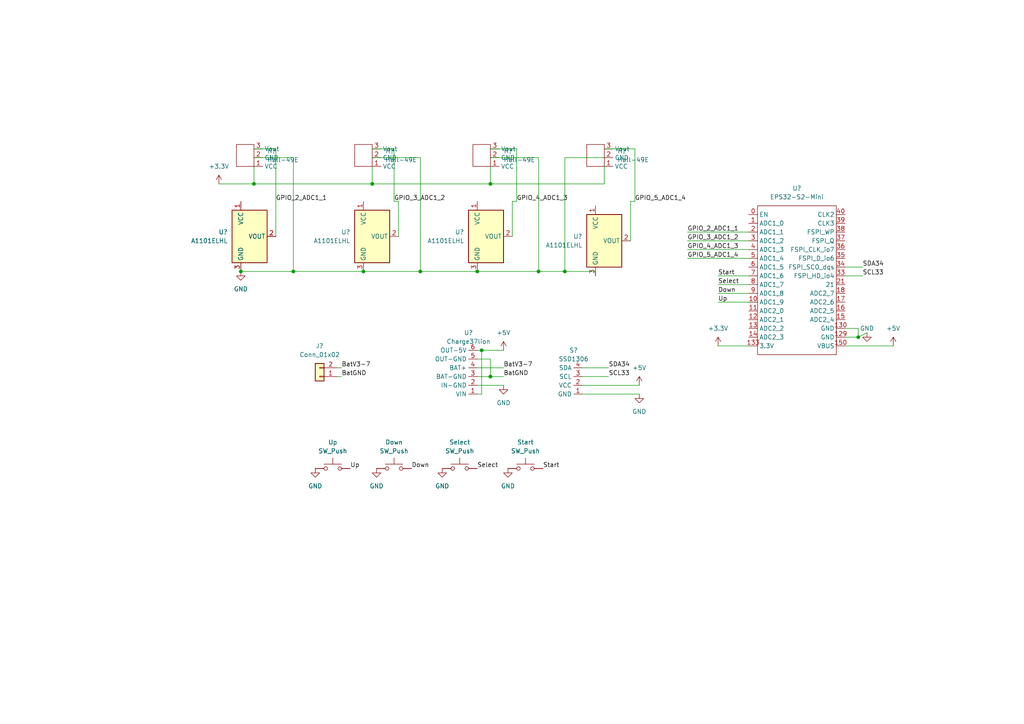
<source format=kicad_sch>
(kicad_sch (version 20211123) (generator eeschema)
  (paper "A4")
  (lib_symbols
    (symbol "Connector_Generic:Conn_01x02" (pin_names (offset 1.016) hide)
      (property "Reference" "J" (at 0 2.54 0))
      (property "Value" "Conn_01x02" (at 0 -5.08 0))
      (symbol "Conn_01x02_1_1"
        (rectangle (start -1.27 -2.413) (end 0 -2.667) (stroke (width 0.1524)))
        (rectangle (start -1.27 0.127) (end 0 -0.127) (stroke (width 0.1524)))
        (rectangle (start -1.27 1.27) (end 1.27 -3.81) (stroke (width 0.254)) (fill (type background)))
        (pin passive line (at -5.08 0 0) (length 3.81) (name "Pin_1") (number "1"))
        (pin passive line (at -5.08 -2.54 0) (length 3.81) (name "Pin_2") (number "2"))
      )
    )
    (symbol "OpenMuscleLibrary:Charge37lion"
      (property "Reference" "U" (at 0 0 0))
      (property "Value" "Charge37lion" (at 0 0 0))
      (symbol "Charge37lion_1_1"
        (pin input line (at 2.54 -16.51 180) (length 2.54) (name "VIN") (number "1"))
        (pin input line (at 2.54 -13.97 180) (length 2.54) (name "IN-GND") (number "2"))
        (pin input line (at 2.54 -11.43 180) (length 2.54) (name "BAT-GND") (number "3"))
        (pin input line (at 2.54 -8.89 180) (length 2.54) (name "BAT+") (number "4"))
        (pin input line (at 2.54 -6.35 180) (length 2.54) (name "OUT-GND") (number "5"))
        (pin input line (at 2.54 -3.81 180) (length 2.54) (name "OUT-5V") (number "6"))
      )
    )
    (symbol "OpenMuscleLibrary:EPS32-S2-Mini"
      (property "Reference" "U" (at 0 17.78 0))
      (property "Value" "EPS32-S2-Mini" (at 0 20.32 0))
      (symbol "EPS32-S2-Mini_0_1"
        (rectangle (start -12.7 16.51) (end 10.16 -26.67))
      )
      (symbol "EPS32-S2-Mini_1_1"
        (pin input line (at -15.24 13.97 0) (length 2.54) (name "EN") (number "0"))
        (pin input line (at -15.24 11.43 0) (length 2.54) (name "ADC1_0") (number "1"))
        (pin input line (at -15.24 -11.43 0) (length 2.54) (name "ADC1_9") (number "10"))
        (pin input line (at -15.24 -13.97 0) (length 2.54) (name "ADC2_0") (number "11"))
        (pin input line (at -15.24 -16.51 0) (length 2.54) (name "ADC2_1") (number "12"))
        (pin input line (at 12.7 -21.59 180) (length 2.54) (name "GND") (number "129"))
        (pin input line (at -15.24 -19.05 0) (length 2.54) (name "ADC2_2") (number "13"))
        (pin input line (at 12.7 -19.05 180) (length 2.54) (name "GND") (number "130"))
        (pin input line (at -15.24 -24.13 0) (length 2.54) (name "3.3V") (number "133"))
        (pin input line (at -15.24 -21.59 0) (length 2.54) (name "ADC2_3") (number "14"))
        (pin input line (at 12.7 -16.51 180) (length 2.54) (name "ADC2_4") (number "15"))
        (pin input line (at 12.7 -24.13 180) (length 2.54) (name "VBUS") (number "150"))
        (pin input line (at 12.7 -13.97 180) (length 2.54) (name "ADC2_5") (number "16"))
        (pin input line (at 12.7 -11.43 180) (length 2.54) (name "ADC2_6") (number "17"))
        (pin input line (at 12.7 -8.89 180) (length 2.54) (name "ADC2_7") (number "18"))
        (pin input line (at -15.24 8.89 0) (length 2.54) (name "ADC1_1") (number "2"))
        (pin input line (at 12.7 -6.35 180) (length 2.54) (name "21") (number "21"))
        (pin input line (at -15.24 6.35 0) (length 2.54) (name "ADC1_2") (number "3"))
        (pin input line (at 12.7 -3.81 180) (length 2.54) (name "FSPI_HD_io4") (number "33"))
        (pin input line (at 12.7 -1.27 180) (length 2.54) (name "FSPI_SCO_dqs") (number "34"))
        (pin input line (at 12.7 1.27 180) (length 2.54) (name "FSPI_D_io6") (number "35"))
        (pin input line (at 12.7 3.81 180) (length 2.54) (name "FSPI_CLK_io7") (number "36"))
        (pin input line (at 12.7 6.35 180) (length 2.54) (name "FSPI_Q") (number "37"))
        (pin input line (at 12.7 8.89 180) (length 2.54) (name "FSPI_WP") (number "38"))
        (pin input line (at 12.7 11.43 180) (length 2.54) (name "CLK3") (number "39"))
        (pin input line (at -15.24 3.81 0) (length 2.54) (name "ADC1_3") (number "4"))
        (pin input line (at 12.7 13.97 180) (length 2.54) (name "CLK2") (number "40"))
        (pin input line (at -15.24 1.27 0) (length 2.54) (name "ADC1_4") (number "5"))
        (pin input line (at -15.24 -1.27 0) (length 2.54) (name "ADC1_5") (number "6"))
        (pin input line (at -15.24 -3.81 0) (length 2.54) (name "ADC1_6") (number "7"))
        (pin input line (at -15.24 -6.35 0) (length 2.54) (name "ADC1_7") (number "8"))
        (pin input line (at -15.24 -8.89 0) (length 2.54) (name "ADC1_8") (number "9"))
      )
    )
    (symbol "OpenMuscleLibrary:Hall-49E"
      (property "Reference" "H" (at -1.27 5.08 0))
      (property "Value" "Hall-49E" (at 2.54 7.62 0))
      (symbol "Hall-49E_0_1"
        (rectangle (start -2.54 3.81) (end 2.54 -2.54))
      )
      (symbol "Hall-49E_1_1"
        (pin input line (at 2.54 -2.54 0) (length 2.54) (name "VCC") (number "1"))
        (pin input line (at 2.54 0 0) (length 2.54) (name "GND") (number "2"))
        (pin output line (at 2.54 2.54 0) (length 2.54) (name "Vout") (number "3"))
      )
    )
    (symbol "OpenMuscleLibrary:SSD1306"
      (property "Reference" "S" (at 0 0 0))
      (property "Value" "SSD1306" (at 0 0 0))
      (symbol "SSD1306_1_1"
        (pin input line (at 1.27 -11.43 180) (length 2.54) (name "GND") (number "1"))
        (pin input line (at 1.27 -8.89 180) (length 2.54) (name "VCC") (number "2"))
        (pin input line (at 1.27 -6.35 180) (length 2.54) (name "SCL") (number "3"))
        (pin input line (at 1.27 -3.81 180) (length 2.54) (name "SDA") (number "4"))
      )
    )
    (symbol "Sensor_Magnetic:A1101ELHL"
      (property "Reference" "U" (at 0 11.43 0))
      (property "Value" "A1101ELHL" (at 0 8.89 0))
      (symbol "A1101ELHL_0_1"
        (rectangle (start -5.08 7.62) (end 5.08 -7.62) (stroke (width 0.254)) (fill (type background)))
      )
      (symbol "A1101ELHL_1_1"
        (pin power_in line (at -2.54 10.16 270) (length 2.54) (name "VCC") (number "1"))
        (pin open_collector line (at 7.62 0 180) (length 2.54) (name "VOUT") (number "2"))
        (pin power_in line (at -2.54 -10.16 90) (length 2.54) (name "GND") (number "3"))
      )
    )
    (symbol "Switch:SW_Push" (pin_numbers hide) (pin_names (offset 1.016) hide)
      (property "Reference" "SW" (at 1.27 2.54 0))
      (property "Value" "SW_Push" (at 0 -1.524 0))
      (symbol "SW_Push_0_1"
        (circle (center -2.032 0) (radius 0.508))
        (polyline (pts (xy 0 1.27) (xy 0 3.048)))
        (polyline (pts (xy 2.54 1.27) (xy -2.54 1.27)))
        (circle (center 2.032 0) (radius 0.508))
        (pin passive line (at -5.08 0 0) (length 2.54) (name "1") (number "1"))
        (pin passive line (at 5.08 0 180) (length 2.54) (name "2") (number "2"))
      )
    )
    (symbol "power:+3.3V" (power) (pin_names (offset 0))
      (property "Value" "+3.3V" (at 0 3.556 0))
      (symbol "+3.3V_0_1"
        (polyline (pts (xy -0.762 1.27) (xy 0 2.54)))
        (polyline (pts (xy 0 0) (xy 0 2.54)))
        (polyline (pts (xy 0 2.54) (xy 0.762 1.27)))
      )
      (symbol "+3.3V_1_1"
        (pin power_in line (at 0 0 90) (length 0) hide (name "+3.3V") (number "1"))
      )
    )
    (symbol "power:+5V" (power) (pin_names (offset 0))
      (property "Value" "+5V" (at 0 3.556 0))
      (symbol "+5V_0_1"
        (polyline (pts (xy -0.762 1.27) (xy 0 2.54)))
        (polyline (pts (xy 0 0) (xy 0 2.54)))
        (polyline (pts (xy 0 2.54) (xy 0.762 1.27)))
      )
      (symbol "+5V_1_1"
        (pin power_in line (at 0 0 90) (length 0) hide (name "+5V") (number "1"))
      )
    )
    (symbol "power:GND" (power) (pin_names (offset 0))
      (property "Value" "GND" (at 0 -3.81 0))
      (symbol "GND_0_1"
        (polyline (pts (xy 0 0) (xy 0 -1.27) (xy 1.27 -1.27) (xy 0 -2.54) (xy -1.27 -1.27) (xy 0 -1.27)))
      )
      (symbol "GND_1_1"
        (pin power_in line (at 0 0 270) (length 0) hide (name "GND") (number "1"))
      )
    )
  )
  (junction (at 73.66 53.34))
  (junction (at 156.21 78.74))
  (junction (at 139.7 101.6))
  (junction (at 248.92 97.79))
  (junction (at 69.85 78.74))
  (junction (at 85.09 78.74))
  (junction (at 107.95 53.34))
  (junction (at 121.92 78.74))
  (junction (at 163.83 78.74))
  (junction (at 105.41 78.74))
  (junction (at 142.24 109.22))
  (junction (at 138.43 78.74))
  (junction (at 142.24 53.34))
  (wire (pts (xy 107.95 45.72) (xy 121.92 45.72)))
  (wire (pts (xy 85.09 45.72) (xy 85.09 78.74)))
  (wire (pts (xy 199.39 72.39) (xy 217.17 72.39)))
  (wire (pts (xy 142.24 48.26) (xy 142.24 53.34)))
  (wire (pts (xy 63.5 53.34) (xy 73.66 53.34)))
  (wire (pts (xy 168.91 106.68) (xy 176.53 106.68)))
  (wire (pts (xy 208.28 100.33) (xy 217.17 100.33)))
  (wire (pts (xy 208.28 87.63) (xy 217.17 87.63)))
  (wire (pts (xy 142.24 45.72) (xy 156.21 45.72)))
  (wire (pts (xy 199.39 69.85) (xy 217.17 69.85)))
  (wire (pts (xy 156.21 78.74) (xy 163.83 78.74)))
  (wire (pts (xy 139.7 101.6) (xy 146.05 101.6)))
  (wire (pts (xy 250.19 77.47) (xy 245.11 77.47)))
  (wire (pts (xy 148.59 58.42) (xy 149.86 58.42)))
  (wire (pts (xy 105.41 78.74) (xy 121.92 78.74)))
  (wire (pts (xy 73.66 48.26) (xy 73.66 53.34)))
  (wire (pts (xy 97.79 109.22) (xy 99.06 109.22)))
  (wire (pts (xy 73.66 45.72) (xy 85.09 45.72)))
  (wire (pts (xy 184.15 43.18) (xy 184.15 58.42)))
  (wire (pts (xy 115.57 58.42) (xy 114.3 58.42)))
  (wire (pts (xy 163.83 78.74) (xy 172.72 78.74)))
  (wire (pts (xy 114.3 43.18) (xy 114.3 58.42)))
  (wire (pts (xy 69.85 78.74) (xy 85.09 78.74)))
  (wire (pts (xy 138.43 111.76) (xy 146.05 111.76)))
  (wire (pts (xy 245.11 95.25) (xy 248.92 95.25)))
  (wire (pts (xy 156.21 45.72) (xy 156.21 78.74)))
  (wire (pts (xy 142.24 43.18) (xy 149.86 43.18)))
  (wire (pts (xy 107.95 48.26) (xy 107.95 53.34)))
  (wire (pts (xy 248.92 95.25) (xy 248.92 97.79)))
  (wire (pts (xy 73.66 53.34) (xy 107.95 53.34)))
  (wire (pts (xy 175.26 43.18) (xy 184.15 43.18)))
  (wire (pts (xy 182.88 69.85) (xy 182.88 58.42)))
  (wire (pts (xy 248.92 97.79) (xy 251.46 96.52)))
  (wire (pts (xy 121.92 78.74) (xy 138.43 78.74)))
  (wire (pts (xy 121.92 45.72) (xy 121.92 78.74)))
  (wire (pts (xy 73.66 43.18) (xy 80.01 43.18)))
  (wire (pts (xy 85.09 78.74) (xy 105.41 78.74)))
  (wire (pts (xy 208.28 85.09) (xy 217.17 85.09)))
  (wire (pts (xy 115.57 68.58) (xy 115.57 58.42)))
  (wire (pts (xy 168.91 109.22) (xy 176.53 109.22)))
  (wire (pts (xy 250.19 80.01) (xy 245.11 80.01)))
  (wire (pts (xy 80.01 43.18) (xy 80.01 68.58)))
  (wire (pts (xy 138.43 109.22) (xy 142.24 109.22)))
  (wire (pts (xy 149.86 43.18) (xy 149.86 58.42)))
  (wire (pts (xy 142.24 53.34) (xy 175.26 53.34)))
  (wire (pts (xy 107.95 43.18) (xy 114.3 43.18)))
  (wire (pts (xy 138.43 114.3) (xy 139.7 114.3)))
  (wire (pts (xy 97.79 106.68) (xy 99.06 106.68)))
  (wire (pts (xy 245.11 100.33) (xy 259.08 100.33)))
  (wire (pts (xy 142.24 109.22) (xy 146.05 109.22)))
  (wire (pts (xy 208.28 80.01) (xy 217.17 80.01)))
  (wire (pts (xy 182.88 58.42) (xy 184.15 58.42)))
  (wire (pts (xy 217.17 67.31) (xy 199.39 67.31)))
  (wire (pts (xy 142.24 104.14) (xy 142.24 109.22)))
  (wire (pts (xy 138.43 78.74) (xy 156.21 78.74)))
  (wire (pts (xy 163.83 45.72) (xy 163.83 78.74)))
  (wire (pts (xy 138.43 106.68) (xy 146.05 106.68)))
  (wire (pts (xy 168.91 114.3) (xy 185.42 114.3)))
  (wire (pts (xy 148.59 68.58) (xy 148.59 58.42)))
  (wire (pts (xy 245.11 97.79) (xy 248.92 97.79)))
  (wire (pts (xy 139.7 114.3) (xy 139.7 101.6)))
  (wire (pts (xy 208.28 82.55) (xy 217.17 82.55)))
  (wire (pts (xy 168.91 111.76) (xy 185.42 111.76)))
  (wire (pts (xy 138.43 104.14) (xy 142.24 104.14)))
  (wire (pts (xy 175.26 45.72) (xy 163.83 45.72)))
  (wire (pts (xy 138.43 101.6) (xy 139.7 101.6)))
  (wire (pts (xy 172.72 78.74) (xy 172.72 80.01)))
  (wire (pts (xy 107.95 53.34) (xy 142.24 53.34)))
  (wire (pts (xy 175.26 53.34) (xy 175.26 48.26)))
  (wire (pts (xy 199.39 74.93) (xy 217.17 74.93)))
  (label "SDA34" (at 250.19 77.47 0))
  (label "SDA34" (at 176.53 106.68 0))
  (label "GPIO_5_ADC1_4" (at 199.39 74.93 0))
  (label "BatV3-7" (at 99.06 106.68 0))
  (label "GPIO_2_ADC1_1" (at 199.39 67.31 0))
  (label "GPIO_4_ADC1_3" (at 199.39 72.39 0))
  (label "Down" (at 208.28 85.09 0))
  (label "SCL33" (at 250.19 80.01 0))
  (label "SCL33" (at 176.53 109.22 0))
  (label "BatGND" (at 99.06 109.22 0))
  (label "GPIO_4_ADC1_3" (at 149.86 58.42 0))
  (label "GPIO_2_ADC1_1" (at 80.01 58.42 0))
  (label "GPIO_3_ADC1_2" (at 114.3 58.42 0))
  (label "GPIO_5_ADC1_4" (at 184.15 58.42 0))
  (label "Start" (at 208.28 80.01 0))
  (label "Up" (at 208.28 87.63 0))
  (label "Up" (at 101.6 135.89 0))
  (label "GPIO_3_ADC1_2" (at 199.39 69.85 0))
  (label "Start" (at 157.48 135.89 0))
  (label "BatV3-7" (at 146.05 106.68 0))
  (label "Down" (at 119.38 135.89 0))
  (label "Select" (at 138.43 135.89 0))
  (label "BatGND" (at 146.05 109.22 0))
  (label "Select" (at 208.28 82.55 0))
  (symbol (lib_id "OpenMuscleLibrary:EPS32-S2-Mini") (at 232.41 76.2 0) (unit 1)
    (property "Reference" "U?" (at 231.14 54.61 0))
    (property "Value" "EPS32-S2-Mini" (at 231.14 57.15 0))
    (property "Footprint" "00OpenMuscleFootprint:ESP32-S2-Mini" (effects hide))
  )
  (symbol (lib_id "OpenMuscleLibrary:Hall-49E") (at 71.12 45.72 0) (unit 1)
    (property "Reference" "H?" (at 77.47 43.8149 0) (effects (justify left)))
    (property "Value" "Hall-49E" (at 77.47 46.3549 0) (effects (justify left)))
    (property "Footprint" "Connector_PinHeader_2.00mm:PinHeader_1x03_P2.00mm_Vertical" (effects hide))
  )
  (symbol (lib_id "power:+5V") (at 146.05 101.6 0) (unit 1)
    (property "Reference" "#PWR?" (effects hide))
    (property "Value" "+5V" (at 146.05 96.52 0))
  )
  (symbol (lib_id "OpenMuscleLibrary:Charge37lion") (at 135.89 97.79 0) (unit 1)
    (property "Reference" "U?" (at 135.89 96.52 0))
    (property "Value" "Charge37lion" (at 135.89 99.06 0))
    (property "Footprint" "Connector_PinHeader_2.54mm:PinHeader_1x06_P2.54mm_Vertical" (effects hide))
  )
  (symbol (lib_id "power:GND") (at 185.42 114.3 0) (unit 1)
    (property "Reference" "#PWR?" (effects hide))
    (property "Value" "GND" (at 185.42 119.38 0))
  )
  (symbol (lib_id "Switch:SW_Push") (at 96.52 135.89 0) (unit 1)
    (property "Reference" "Up" (at 96.52 128.27 0))
    (property "Value" "SW_Push" (at 96.52 130.81 0))
    (property "Footprint" "Button_Switch_THT:SW_PUSH_6mm" (effects hide))
  )
  (symbol (lib_id "Sensor_Magnetic:A1101ELHL") (at 72.39 68.58 0) (unit 1)
    (property "Reference" "U?" (at 66.04 67.3099 0) (effects (justify right)))
    (property "Value" "A1101ELHL" (at 66.04 69.8499 0) (effects (justify right)))
    (property "Footprint" "Package_TO_SOT_SMD:SOT-23W" (effects hide))
    (property "Datasheet" "https://www.allegromicro.com/-/media/files/datasheets/a110x-datasheet.ashx" (effects hide))
  )
  (symbol (lib_id "power:+5V") (at 185.42 111.76 0) (unit 1)
    (property "Reference" "#PWR?" (effects hide))
    (property "Value" "+5V" (at 185.42 106.68 0))
  )
  (symbol (lib_id "Sensor_Magnetic:A1101ELHL") (at 140.97 68.58 0) (unit 1)
    (property "Reference" "U?" (at 134.62 67.3099 0) (effects (justify right)))
    (property "Value" "A1101ELHL" (at 134.62 69.8499 0) (effects (justify right)))
    (property "Footprint" "Package_TO_SOT_SMD:SOT-23W" (effects hide))
    (property "Datasheet" "https://www.allegromicro.com/-/media/files/datasheets/a110x-datasheet.ashx" (effects hide))
  )
  (symbol (lib_id "Switch:SW_Push") (at 133.35 135.89 0) (unit 1)
    (property "Reference" "Select" (at 133.35 128.27 0))
    (property "Value" "SW_Push" (at 133.35 130.81 0))
    (property "Footprint" "Button_Switch_THT:SW_PUSH_6mm" (effects hide))
  )
  (symbol (lib_id "power:GND") (at 109.22 135.89 0) (unit 1)
    (property "Reference" "#PWR?" (effects hide))
    (property "Value" "GND" (at 109.22 140.97 0))
  )
  (symbol (lib_id "Connector_Generic:Conn_01x02") (at 92.71 109.22 180) (unit 1)
    (property "Reference" "J?" (at 92.71 100.33 0))
    (property "Value" "Conn_01x02" (at 92.71 102.87 0))
    (property "Footprint" "Connector_PinHeader_2.54mm:PinHeader_1x02_P2.54mm_Vertical" (effects hide))
  )
  (symbol (lib_id "Switch:SW_Push") (at 114.3 135.89 0) (unit 1)
    (property "Reference" "Down" (at 114.3 128.27 0))
    (property "Value" "SW_Push" (at 114.3 130.81 0))
    (property "Footprint" "Button_Switch_THT:SW_PUSH_6mm" (effects hide))
  )
  (symbol (lib_id "power:GND") (at 91.44 135.89 0) (unit 1)
    (property "Reference" "#PWR?" (effects hide))
    (property "Value" "GND" (at 91.44 140.97 0))
  )
  (symbol (lib_id "Switch:SW_Push") (at 152.4 135.89 0) (unit 1)
    (property "Reference" "Start" (at 152.4 128.27 0))
    (property "Value" "SW_Push" (at 152.4 130.81 0))
    (property "Footprint" "Button_Switch_THT:SW_PUSH_6mm" (effects hide))
  )
  (symbol (lib_id "power:GND") (at 147.32 135.89 0) (unit 1)
    (property "Reference" "#PWR?" (effects hide))
    (property "Value" "GND" (at 147.32 140.97 0))
  )
  (symbol (lib_id "Sensor_Magnetic:A1101ELHL") (at 175.26 69.85 0) (unit 1)
    (property "Reference" "U?" (at 168.91 68.5799 0) (effects (justify right)))
    (property "Value" "A1101ELHL" (at 168.91 71.1199 0) (effects (justify right)))
    (property "Footprint" "Package_TO_SOT_SMD:SOT-23W" (effects hide))
    (property "Datasheet" "https://www.allegromicro.com/-/media/files/datasheets/a110x-datasheet.ashx" (effects hide))
  )
  (symbol (lib_id "OpenMuscleLibrary:Hall-49E") (at 105.41 45.72 0) (unit 1)
    (property "Reference" "H?" (at 111.76 43.8149 0) (effects (justify left)))
    (property "Value" "Hall-49E" (at 111.76 46.3549 0) (effects (justify left)))
    (property "Footprint" "Connector_PinHeader_2.00mm:PinHeader_1x03_P2.00mm_Vertical" (effects hide))
  )
  (symbol (lib_id "power:+3.3V") (at 63.5 53.34 0) (unit 1)
    (property "Reference" "#PWR?" (effects hide))
    (property "Value" "+3.3V" (at 63.5 48.26 0))
  )
  (symbol (lib_id "power:GND") (at 69.85 78.74 0) (unit 1)
    (property "Reference" "#PWR?" (effects hide))
    (property "Value" "GND" (at 69.85 83.82 0))
  )
  (symbol (lib_id "power:GND") (at 251.46 96.52 0) (unit 1)
    (property "Reference" "#PWR?" (effects hide))
    (property "Value" "GND" (at 251.46 95.25 0))
  )
  (symbol (lib_id "OpenMuscleLibrary:Hall-49E") (at 172.72 45.72 0) (unit 1)
    (property "Reference" "H?" (at 179.07 43.8149 0) (effects (justify left)))
    (property "Value" "Hall-49E" (at 179.07 46.3549 0) (effects (justify left)))
    (property "Footprint" "Connector_PinHeader_2.00mm:PinHeader_1x03_P2.00mm_Vertical" (effects hide))
  )
  (symbol (lib_id "power:+5V") (at 259.08 100.33 0) (unit 1)
    (property "Reference" "#PWR?" (effects hide))
    (property "Value" "+5V" (at 259.08 95.25 0))
  )
  (symbol (lib_id "Sensor_Magnetic:A1101ELHL") (at 107.95 68.58 0) (unit 1)
    (property "Reference" "U?" (at 101.6 67.3099 0) (effects (justify right)))
    (property "Value" "A1101ELHL" (at 101.6 69.8499 0) (effects (justify right)))
    (property "Footprint" "Package_TO_SOT_SMD:SOT-23W" (effects hide))
    (property "Datasheet" "https://www.allegromicro.com/-/media/files/datasheets/a110x-datasheet.ashx" (effects hide))
  )
  (symbol (lib_id "OpenMuscleLibrary:Hall-49E") (at 139.7 45.72 0) (unit 1)
    (property "Reference" "H?" (at 146.05 43.8149 0) (effects (justify left)))
    (property "Value" "Hall-49E" (at 146.05 46.3549 0) (effects (justify left)))
    (property "Footprint" "Connector_PinHeader_2.00mm:PinHeader_1x03_P2.00mm_Vertical" (effects hide))
  )
  (symbol (lib_id "OpenMuscleLibrary:SSD1306") (at 167.64 102.87 0) (unit 1)
    (property "Reference" "S?" (at 166.37 101.6 0))
    (property "Value" "SSD1306" (at 166.37 104.14 0))
    (property "Footprint" "Connector_PinHeader_2.54mm:PinHeader_1x04_P2.54mm_Vertical" (effects hide))
  )
  (symbol (lib_id "power:+3.3V") (at 208.28 100.33 0) (unit 1)
    (property "Reference" "#PWR?" (effects hide))
    (property "Value" "+3.3V" (at 208.28 95.25 0))
  )
  (symbol (lib_id "power:GND") (at 128.27 135.89 0) (unit 1)
    (property "Reference" "#PWR?" (effects hide))
    (property "Value" "GND" (at 128.27 140.97 0))
  )
  (symbol (lib_id "power:GND") (at 146.05 111.76 0) (unit 1)
    (property "Reference" "#PWR?" (effects hide))
    (property "Value" "GND" (at 146.05 116.84 0))
  )
)
</source>
